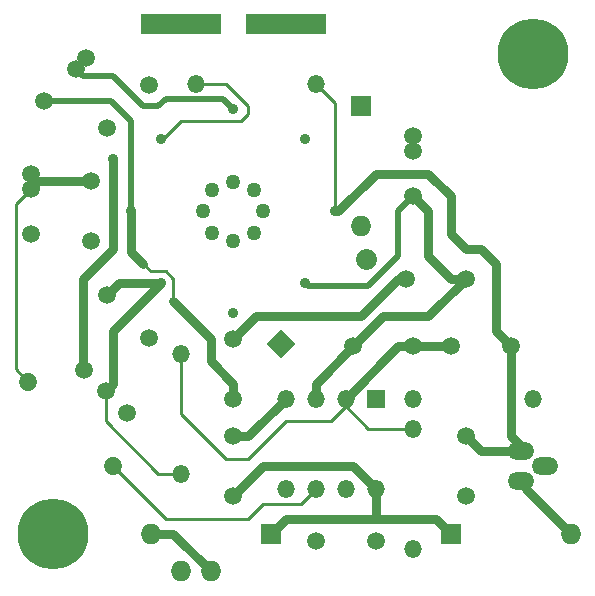
<source format=gbl>
G04 (created by PCBNEW (22-Jun-2014 BZR 4027)-stable) date Fri 15 Dec 2017 03:30:48 AM CST*
%MOIN*%
G04 Gerber Fmt 3.4, Leading zero omitted, Abs format*
%FSLAX34Y34*%
G01*
G70*
G90*
G04 APERTURE LIST*
%ADD10C,0.00590551*%
%ADD11O,0.0885X0.059*%
%ADD12O,0.059X0.059*%
%ADD13C,0.059*%
%ADD14R,0.069X0.069*%
%ADD15O,0.069X0.069*%
%ADD16C,0.069*%
%ADD17C,0.059*%
%ADD18C,0.05*%
%ADD19R,0.059X0.059*%
%ADD20R,0.269X0.069*%
%ADD21C,0.23622*%
%ADD22C,0.035*%
%ADD23C,0.03*%
%ADD24C,0.01*%
%ADD25C,0.02*%
G04 APERTURE END LIST*
G54D10*
G54D11*
X95352Y-40500D03*
X96147Y-41000D03*
X95352Y-41500D03*
G54D12*
X91750Y-38750D03*
X95750Y-38750D03*
X91750Y-43750D03*
X91750Y-39750D03*
X84000Y-41250D03*
X84000Y-37250D03*
X84500Y-28250D03*
X88500Y-28250D03*
G54D13*
X81750Y-41000D02*
X81750Y-41000D01*
X78921Y-38171D02*
X78921Y-38171D01*
G54D14*
X93000Y-43250D03*
G54D15*
X97000Y-43250D03*
G54D10*
G36*
X87335Y-36426D02*
X87823Y-36914D01*
X87335Y-37402D01*
X86847Y-36914D01*
X87335Y-36426D01*
X87335Y-36426D01*
G37*
G54D16*
X90164Y-34085D02*
X90164Y-34085D01*
G54D14*
X90000Y-29000D03*
G54D15*
X90000Y-33000D03*
G54D14*
X87000Y-43250D03*
G54D15*
X83000Y-43250D03*
G54D17*
X91750Y-37000D03*
X89750Y-37000D03*
X93500Y-42000D03*
X93500Y-40000D03*
X85750Y-42000D03*
X85750Y-40000D03*
X82957Y-28292D03*
X81542Y-29707D03*
X95000Y-37000D03*
X93000Y-37000D03*
X88500Y-43500D03*
X90500Y-43500D03*
X81542Y-35292D03*
X82957Y-36707D03*
X85750Y-38750D03*
X85750Y-36750D03*
X81000Y-31500D03*
X81000Y-33500D03*
X93500Y-34750D03*
X91500Y-34750D03*
G54D18*
X85042Y-31792D03*
X86457Y-31792D03*
X86739Y-32500D03*
X85750Y-31510D03*
X86457Y-33207D03*
X85750Y-33489D03*
X85042Y-33207D03*
X84760Y-32500D03*
G54D19*
X90500Y-38750D03*
G54D12*
X89500Y-38750D03*
X88500Y-38750D03*
X87500Y-38750D03*
X87500Y-41750D03*
X88500Y-41750D03*
X90500Y-41750D03*
X89500Y-41750D03*
G54D20*
X87500Y-26250D03*
X84000Y-26250D03*
G54D15*
X85000Y-44500D03*
X84000Y-44500D03*
G54D21*
X95750Y-27250D03*
X79750Y-43250D03*
G54D17*
X80792Y-37792D03*
X82207Y-39207D03*
X81500Y-38500D03*
X80853Y-27396D03*
X79439Y-28810D03*
X80500Y-27750D03*
X91750Y-30000D03*
X91750Y-32000D03*
X91750Y-30500D03*
X79000Y-31250D03*
X79000Y-33250D03*
X79000Y-31750D03*
G54D22*
X89150Y-32500D03*
X88150Y-30100D03*
X83350Y-34900D03*
X83350Y-30100D03*
X88150Y-34900D03*
X82350Y-32500D03*
X81750Y-30750D03*
X85750Y-29100D03*
X85750Y-35900D03*
G54D23*
X85750Y-42000D02*
X86750Y-41000D01*
X86750Y-41000D02*
X89750Y-41000D01*
X89750Y-41000D02*
X90500Y-41750D01*
X90500Y-42750D02*
X90500Y-41750D01*
X87000Y-43250D02*
X87500Y-42750D01*
X87500Y-42750D02*
X90500Y-42750D01*
X90500Y-42750D02*
X92500Y-42750D01*
X92500Y-42750D02*
X93000Y-43250D01*
G54D24*
X87500Y-42750D02*
X89500Y-42750D01*
X86750Y-41000D02*
X89750Y-41000D01*
X89750Y-41000D02*
X90500Y-41750D01*
G54D23*
X95500Y-40500D02*
X94000Y-40500D01*
X94000Y-40500D02*
X93500Y-40000D01*
X95500Y-40500D02*
X95000Y-40000D01*
X95000Y-40000D02*
X95000Y-37000D01*
G54D24*
X89150Y-32500D02*
X89250Y-32500D01*
G54D23*
X89250Y-32500D02*
X90500Y-31250D01*
X90500Y-31250D02*
X92250Y-31250D01*
X92250Y-31250D02*
X93000Y-32000D01*
X93000Y-32000D02*
X93000Y-33250D01*
X93000Y-33250D02*
X93500Y-33750D01*
X93500Y-33750D02*
X94000Y-33750D01*
X94000Y-33750D02*
X94500Y-34250D01*
X94500Y-34250D02*
X94500Y-36500D01*
X94500Y-36500D02*
X95000Y-37000D01*
G54D24*
X89150Y-32500D02*
X89150Y-28900D01*
X89150Y-28900D02*
X88500Y-28250D01*
X88500Y-41750D02*
X88000Y-42250D01*
X83500Y-42750D02*
X81750Y-41000D01*
X85500Y-42750D02*
X83500Y-42750D01*
X86250Y-42750D02*
X85500Y-42750D01*
X86750Y-42250D02*
X86250Y-42750D01*
X87000Y-42250D02*
X86750Y-42250D01*
X88000Y-42250D02*
X87000Y-42250D01*
G54D23*
X83350Y-34900D02*
X81750Y-36500D01*
X81750Y-38250D02*
X81500Y-38500D01*
X81750Y-36500D02*
X81750Y-38250D01*
X83350Y-34900D02*
X81935Y-34900D01*
X81935Y-34900D02*
X81542Y-35292D01*
G54D24*
X81500Y-38500D02*
X81500Y-39500D01*
X81500Y-39500D02*
X83250Y-41250D01*
X83250Y-41250D02*
X84000Y-41250D01*
G54D23*
X91750Y-37000D02*
X93000Y-37000D01*
X91750Y-37000D02*
X91250Y-37000D01*
X91250Y-37000D02*
X89500Y-38750D01*
G54D24*
X84000Y-37250D02*
X84000Y-39250D01*
X89000Y-39500D02*
X89500Y-39000D01*
X87500Y-39500D02*
X89000Y-39500D01*
X86250Y-40750D02*
X87500Y-39500D01*
X85500Y-40750D02*
X86250Y-40750D01*
X84000Y-39250D02*
X85500Y-40750D01*
X89500Y-39000D02*
X89500Y-38750D01*
X89500Y-38750D02*
X89500Y-39000D01*
X90250Y-39750D02*
X91750Y-39750D01*
X89500Y-39000D02*
X90250Y-39750D01*
X83350Y-30100D02*
X83400Y-30100D01*
X83400Y-30100D02*
X84000Y-29500D01*
X84000Y-29500D02*
X86000Y-29500D01*
X86000Y-29500D02*
X86250Y-29250D01*
X86250Y-29250D02*
X86250Y-29000D01*
X86250Y-29000D02*
X85500Y-28250D01*
X85500Y-28250D02*
X84500Y-28250D01*
X79000Y-31750D02*
X78500Y-32250D01*
X78500Y-37750D02*
X78921Y-38171D01*
X78500Y-32250D02*
X78500Y-37750D01*
G54D23*
X79000Y-31750D02*
X79000Y-31250D01*
X81000Y-31500D02*
X79250Y-31500D01*
X79250Y-31500D02*
X79000Y-31750D01*
X83000Y-43250D02*
X83750Y-43250D01*
X83750Y-43250D02*
X85000Y-44500D01*
X93500Y-34750D02*
X92250Y-36000D01*
X90750Y-36000D02*
X89750Y-37000D01*
X92250Y-36000D02*
X90750Y-36000D01*
X88500Y-38750D02*
X88500Y-38250D01*
X88500Y-38250D02*
X89750Y-37000D01*
G54D24*
X88150Y-34900D02*
X88250Y-35000D01*
G54D25*
X91250Y-32500D02*
X91750Y-32000D01*
X91250Y-34000D02*
X91250Y-32500D01*
X90250Y-35000D02*
X91250Y-34000D01*
X88250Y-35000D02*
X90250Y-35000D01*
G54D23*
X93000Y-34750D02*
X92250Y-34000D01*
X93500Y-34750D02*
X93000Y-34750D01*
X92250Y-32500D02*
X91750Y-32000D01*
X92250Y-34000D02*
X92250Y-32500D01*
G54D25*
X79439Y-28810D02*
X81689Y-28810D01*
X82350Y-29471D02*
X82350Y-32500D01*
X81689Y-28810D02*
X82350Y-29471D01*
G54D23*
X85750Y-38750D02*
X85750Y-38250D01*
X85750Y-38250D02*
X85000Y-37500D01*
X85000Y-37500D02*
X85000Y-36750D01*
X85000Y-36750D02*
X83750Y-35500D01*
G54D24*
X83750Y-35500D02*
X83750Y-34750D01*
X83750Y-34750D02*
X83500Y-34500D01*
X83500Y-34500D02*
X83000Y-34500D01*
G54D23*
X82750Y-34250D02*
X82350Y-33850D01*
G54D24*
X83000Y-34500D02*
X82750Y-34250D01*
G54D23*
X82350Y-33850D02*
X82350Y-32500D01*
X97000Y-43250D02*
X95500Y-41750D01*
X95500Y-41750D02*
X95500Y-41500D01*
X81750Y-30750D02*
X81750Y-32500D01*
G54D25*
X80500Y-27750D02*
X80853Y-27396D01*
X85750Y-29100D02*
X85400Y-28750D01*
X80750Y-28000D02*
X80500Y-27750D01*
X81750Y-28000D02*
X80750Y-28000D01*
X82750Y-29000D02*
X81750Y-28000D01*
X83250Y-29000D02*
X82750Y-29000D01*
X83500Y-28750D02*
X83250Y-29000D01*
X85400Y-28750D02*
X83500Y-28750D01*
G54D24*
X80792Y-37792D02*
X80750Y-37750D01*
G54D23*
X81750Y-33750D02*
X81750Y-32500D01*
X80750Y-34750D02*
X81750Y-33750D01*
X80750Y-35000D02*
X80750Y-34750D01*
X80750Y-37750D02*
X80750Y-35000D01*
X85750Y-40000D02*
X86250Y-40000D01*
X86250Y-40000D02*
X87500Y-38750D01*
X85750Y-36750D02*
X86500Y-36000D01*
G54D24*
X91250Y-34750D02*
X91500Y-34750D01*
G54D23*
X91000Y-35000D02*
X91250Y-34750D01*
X90750Y-35250D02*
X91000Y-35000D01*
X90000Y-36000D02*
X90750Y-35250D01*
X88250Y-36000D02*
X90000Y-36000D01*
X86500Y-36000D02*
X88250Y-36000D01*
G54D24*
X86250Y-40000D02*
X87500Y-38750D01*
M02*

</source>
